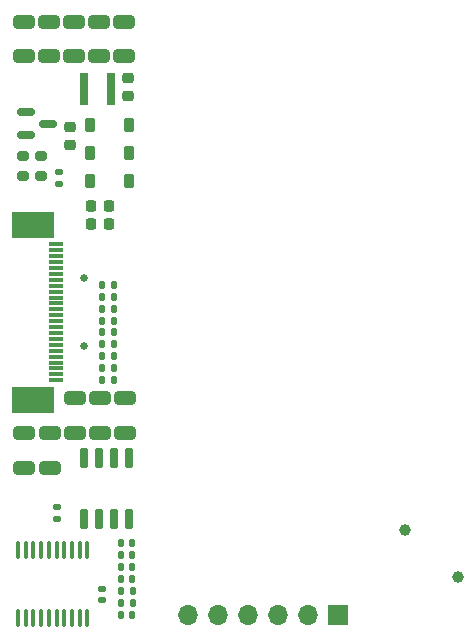
<source format=gbr>
%TF.GenerationSoftware,KiCad,Pcbnew,8.0.2-1.fc40*%
%TF.CreationDate,2025-03-27T00:28:51+07:00*%
%TF.ProjectId,magic-epaper,6d616769-632d-4657-9061-7065722e6b69,rev?*%
%TF.SameCoordinates,Original*%
%TF.FileFunction,Soldermask,Top*%
%TF.FilePolarity,Negative*%
%FSLAX46Y46*%
G04 Gerber Fmt 4.6, Leading zero omitted, Abs format (unit mm)*
G04 Created by KiCad (PCBNEW 8.0.2-1.fc40) date 2025-03-27 00:28:51*
%MOMM*%
%LPD*%
G01*
G04 APERTURE LIST*
G04 Aperture macros list*
%AMRoundRect*
0 Rectangle with rounded corners*
0 $1 Rounding radius*
0 $2 $3 $4 $5 $6 $7 $8 $9 X,Y pos of 4 corners*
0 Add a 4 corners polygon primitive as box body*
4,1,4,$2,$3,$4,$5,$6,$7,$8,$9,$2,$3,0*
0 Add four circle primitives for the rounded corners*
1,1,$1+$1,$2,$3*
1,1,$1+$1,$4,$5*
1,1,$1+$1,$6,$7*
1,1,$1+$1,$8,$9*
0 Add four rect primitives between the rounded corners*
20,1,$1+$1,$2,$3,$4,$5,0*
20,1,$1+$1,$4,$5,$6,$7,0*
20,1,$1+$1,$6,$7,$8,$9,0*
20,1,$1+$1,$8,$9,$2,$3,0*%
G04 Aperture macros list end*
%ADD10RoundRect,0.250000X0.650000X-0.325000X0.650000X0.325000X-0.650000X0.325000X-0.650000X-0.325000X0*%
%ADD11RoundRect,0.140000X0.140000X0.170000X-0.140000X0.170000X-0.140000X-0.170000X0.140000X-0.170000X0*%
%ADD12RoundRect,0.225000X-0.225000X-0.375000X0.225000X-0.375000X0.225000X0.375000X-0.225000X0.375000X0*%
%ADD13RoundRect,0.225000X0.225000X0.375000X-0.225000X0.375000X-0.225000X-0.375000X0.225000X-0.375000X0*%
%ADD14RoundRect,0.150000X0.150000X-0.725000X0.150000X0.725000X-0.150000X0.725000X-0.150000X-0.725000X0*%
%ADD15RoundRect,0.200000X-0.275000X0.200000X-0.275000X-0.200000X0.275000X-0.200000X0.275000X0.200000X0*%
%ADD16RoundRect,0.250000X-0.650000X0.325000X-0.650000X-0.325000X0.650000X-0.325000X0.650000X0.325000X0*%
%ADD17RoundRect,0.225000X-0.225000X-0.250000X0.225000X-0.250000X0.225000X0.250000X-0.225000X0.250000X0*%
%ADD18RoundRect,0.150000X-0.587500X-0.150000X0.587500X-0.150000X0.587500X0.150000X-0.587500X0.150000X0*%
%ADD19RoundRect,0.225000X0.250000X-0.225000X0.250000X0.225000X-0.250000X0.225000X-0.250000X-0.225000X0*%
%ADD20RoundRect,0.135000X-0.185000X0.135000X-0.185000X-0.135000X0.185000X-0.135000X0.185000X0.135000X0*%
%ADD21RoundRect,0.135000X0.135000X0.185000X-0.135000X0.185000X-0.135000X-0.185000X0.135000X-0.185000X0*%
%ADD22RoundRect,0.140000X-0.140000X-0.170000X0.140000X-0.170000X0.140000X0.170000X-0.140000X0.170000X0*%
%ADD23R,1.300000X0.300000*%
%ADD24R,3.600000X2.300000*%
%ADD25R,0.800000X2.700000*%
%ADD26RoundRect,0.225000X-0.250000X0.225000X-0.250000X-0.225000X0.250000X-0.225000X0.250000X0.225000X0*%
%ADD27RoundRect,0.140000X-0.170000X0.140000X-0.170000X-0.140000X0.170000X-0.140000X0.170000X0.140000X0*%
%ADD28RoundRect,0.100000X0.100000X-0.637500X0.100000X0.637500X-0.100000X0.637500X-0.100000X-0.637500X0*%
%ADD29R,1.700000X1.700000*%
%ADD30O,1.700000X1.700000*%
%ADD31C,1.000000*%
%ADD32C,0.650000*%
G04 APERTURE END LIST*
D10*
%TO.C,C20*%
X112336868Y-113702800D03*
X112336868Y-110752800D03*
%TD*%
D11*
%TO.C,C2*%
X117757756Y-104250000D03*
X116797756Y-104250000D03*
%TD*%
D12*
%TO.C,D2*%
X115781200Y-89442752D03*
X119081200Y-89442752D03*
%TD*%
D11*
%TO.C,C30*%
X119355000Y-121078000D03*
X118395000Y-121078000D03*
%TD*%
%TO.C,C6*%
X117762200Y-100250000D03*
X116802200Y-100250000D03*
%TD*%
D13*
%TO.C,D3*%
X119036200Y-87061252D03*
X115736200Y-87061252D03*
%TD*%
D14*
%TO.C,U2*%
X115295000Y-118025000D03*
X116565000Y-118025000D03*
X117835000Y-118025000D03*
X119105000Y-118025000D03*
X119105000Y-112875000D03*
X117835000Y-112875000D03*
X116565000Y-112875000D03*
X115295000Y-112875000D03*
%TD*%
D15*
%TO.C,R9*%
X110094000Y-87349000D03*
X110094000Y-88999000D03*
%TD*%
D11*
%TO.C,C1*%
X117759978Y-102250000D03*
X116799978Y-102250000D03*
%TD*%
D16*
%TO.C,C19*%
X114445868Y-75929400D03*
X114445868Y-78879400D03*
%TD*%
D17*
%TO.C,C9*%
X115821400Y-91501400D03*
X117371400Y-91501400D03*
%TD*%
D18*
%TO.C,Q1*%
X110348700Y-83611252D03*
X110348700Y-85511252D03*
X112223700Y-84561252D03*
%TD*%
D16*
%TO.C,C23*%
X114522068Y-107788450D03*
X114522068Y-110738450D03*
%TD*%
D19*
%TO.C,C13*%
X114086200Y-86407752D03*
X114086200Y-84857752D03*
%TD*%
D15*
%TO.C,R4*%
X111618000Y-87349000D03*
X111618000Y-88999000D03*
%TD*%
D10*
%TO.C,C24*%
X110170200Y-113702800D03*
X110170200Y-110752800D03*
%TD*%
D20*
%TO.C,R3*%
X113142000Y-88680000D03*
X113142000Y-89700000D03*
%TD*%
D16*
%TO.C,C17*%
X118679200Y-75929400D03*
X118679200Y-78879400D03*
%TD*%
D11*
%TO.C,C11*%
X117764422Y-103250000D03*
X116804422Y-103250000D03*
%TD*%
D16*
%TO.C,C21*%
X118755400Y-107788450D03*
X118755400Y-110738450D03*
%TD*%
D21*
%TO.C,R1*%
X119385000Y-124178000D03*
X118365000Y-124178000D03*
%TD*%
D22*
%TO.C,C28*%
X118395000Y-126178000D03*
X119355000Y-126178000D03*
%TD*%
D16*
%TO.C,C16*%
X110162534Y-75929400D03*
X110162534Y-78879400D03*
%TD*%
%TO.C,C22*%
X116638734Y-107788450D03*
X116638734Y-110738450D03*
%TD*%
%TO.C,C18*%
X116562534Y-75929400D03*
X116562534Y-78879400D03*
%TD*%
D11*
%TO.C,C5*%
X117762200Y-98250000D03*
X116802200Y-98250000D03*
%TD*%
D23*
%TO.C,J1*%
X112850000Y-94798500D03*
X112850000Y-95298500D03*
X112850000Y-95798500D03*
X112850000Y-96298500D03*
X112850000Y-96798500D03*
X112850000Y-97298500D03*
X112850000Y-97798500D03*
X112850000Y-98298500D03*
X112850000Y-98798500D03*
X112850000Y-99298500D03*
X112850000Y-99798500D03*
X112850000Y-100298500D03*
X112850000Y-100798500D03*
X112850000Y-101298500D03*
X112850000Y-101798500D03*
X112850000Y-102298500D03*
X112850000Y-102798500D03*
X112850000Y-103298500D03*
X112850000Y-103798500D03*
X112850000Y-104298500D03*
X112850000Y-104798500D03*
X112850000Y-105298500D03*
X112850000Y-105798500D03*
X112850000Y-106298500D03*
D24*
X110900000Y-93128500D03*
X110900000Y-107968500D03*
%TD*%
D11*
%TO.C,C27*%
X119355000Y-123136000D03*
X118395000Y-123136000D03*
%TD*%
D13*
%TO.C,D1*%
X119036200Y-84661252D03*
X115736200Y-84661252D03*
%TD*%
D11*
%TO.C,C31*%
X119355000Y-120062000D03*
X118395000Y-120062000D03*
%TD*%
D25*
%TO.C,L1*%
X117536200Y-81620800D03*
X115236200Y-81620800D03*
%TD*%
D26*
%TO.C,C12*%
X118986200Y-80686252D03*
X118986200Y-82236252D03*
%TD*%
D11*
%TO.C,C29*%
X119355000Y-122094000D03*
X118395000Y-122094000D03*
%TD*%
D27*
%TO.C,C14*%
X116800000Y-123970000D03*
X116800000Y-124930000D03*
%TD*%
D11*
%TO.C,C10*%
X117762200Y-99250000D03*
X116802200Y-99250000D03*
%TD*%
D21*
%TO.C,R2*%
X119385000Y-125178000D03*
X118365000Y-125178000D03*
%TD*%
D20*
%TO.C,R7*%
X113000000Y-117040000D03*
X113000000Y-118060000D03*
%TD*%
D11*
%TO.C,C3*%
X117771088Y-105250000D03*
X116811088Y-105250000D03*
%TD*%
%TO.C,C4*%
X117773310Y-106250000D03*
X116813310Y-106250000D03*
%TD*%
%TO.C,C7*%
X117775532Y-101250000D03*
X116815532Y-101250000D03*
%TD*%
D28*
%TO.C,U1*%
X109675000Y-126425000D03*
X110325000Y-126425000D03*
X110975000Y-126425000D03*
X111625000Y-126425000D03*
X112275000Y-126425000D03*
X112925000Y-126425000D03*
X113575000Y-126425000D03*
X114225000Y-126425000D03*
X114875000Y-126425000D03*
X115525000Y-126425000D03*
X115525000Y-120700000D03*
X114875000Y-120700000D03*
X114225000Y-120700000D03*
X113575000Y-120700000D03*
X112925000Y-120700000D03*
X112275000Y-120700000D03*
X111625000Y-120700000D03*
X110975000Y-120700000D03*
X110325000Y-120700000D03*
X109675000Y-120700000D03*
%TD*%
D17*
%TO.C,C8*%
X115821400Y-93101600D03*
X117371400Y-93101600D03*
%TD*%
D16*
%TO.C,C15*%
X112279200Y-75929400D03*
X112279200Y-78879400D03*
%TD*%
D29*
%TO.C,J2*%
X136750000Y-126150000D03*
D30*
X134210000Y-126150000D03*
X131670000Y-126150000D03*
X129130000Y-126150000D03*
X126590000Y-126150000D03*
X124050000Y-126150000D03*
%TD*%
D31*
%TO.C,AE1*%
X146944141Y-122977000D03*
X142458859Y-118977000D03*
%TD*%
D32*
%TO.C,J3*%
X115225000Y-103438500D03*
X115225000Y-97658500D03*
%TD*%
M02*

</source>
